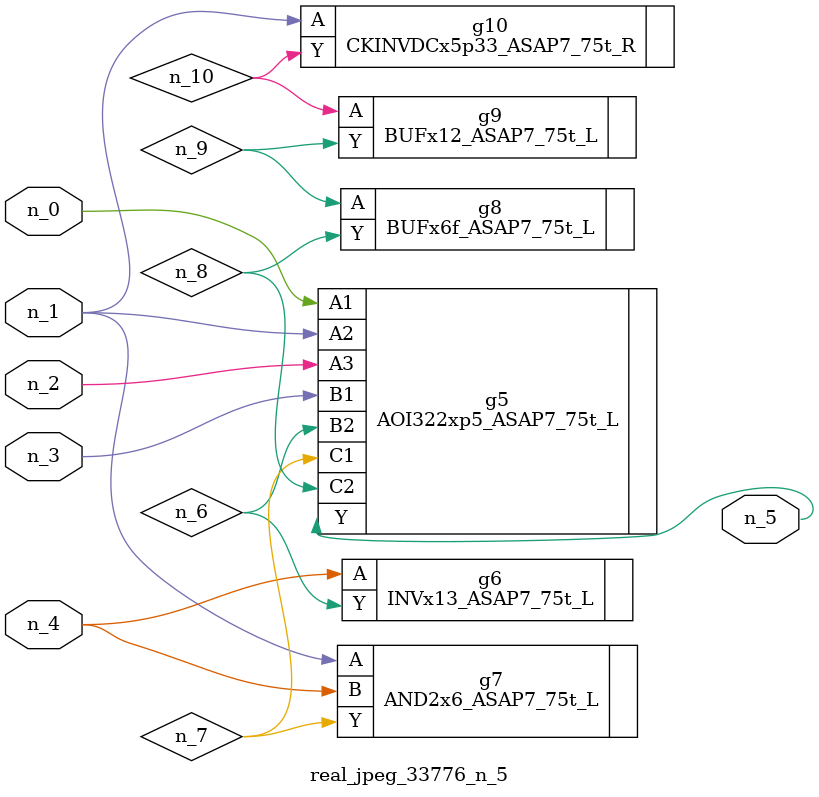
<source format=v>
module real_jpeg_33776_n_5 (n_4, n_0, n_1, n_2, n_3, n_5);

input n_4;
input n_0;
input n_1;
input n_2;
input n_3;

output n_5;

wire n_8;
wire n_6;
wire n_7;
wire n_10;
wire n_9;

AOI322xp5_ASAP7_75t_L g5 ( 
.A1(n_0),
.A2(n_1),
.A3(n_2),
.B1(n_3),
.B2(n_6),
.C1(n_7),
.C2(n_8),
.Y(n_5)
);

AND2x6_ASAP7_75t_L g7 ( 
.A(n_1),
.B(n_4),
.Y(n_7)
);

CKINVDCx5p33_ASAP7_75t_R g10 ( 
.A(n_1),
.Y(n_10)
);

INVx13_ASAP7_75t_L g6 ( 
.A(n_4),
.Y(n_6)
);

BUFx6f_ASAP7_75t_L g8 ( 
.A(n_9),
.Y(n_8)
);

BUFx12_ASAP7_75t_L g9 ( 
.A(n_10),
.Y(n_9)
);


endmodule
</source>
